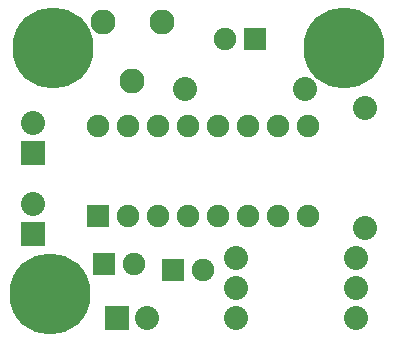
<source format=gbs>
G04 (created by PCBNEW-RS274X (2012-01-19 BZR 3256)-stable) date 15/02/2013 14:55:32*
G01*
G70*
G90*
%MOIN*%
G04 Gerber Fmt 3.4, Leading zero omitted, Abs format*
%FSLAX34Y34*%
G04 APERTURE LIST*
%ADD10C,0.006000*%
%ADD11R,0.075000X0.075000*%
%ADD12C,0.075000*%
%ADD13C,0.270000*%
%ADD14R,0.080000X0.080000*%
%ADD15C,0.080000*%
%ADD16C,0.083000*%
G04 APERTURE END LIST*
G54D10*
G54D11*
X11960Y-15500D03*
G54D12*
X12960Y-15500D03*
X13960Y-15500D03*
X14960Y-15500D03*
X15960Y-15500D03*
X16960Y-15500D03*
X17960Y-15500D03*
X18960Y-15500D03*
X18960Y-12500D03*
X17960Y-12500D03*
X16960Y-12500D03*
X15960Y-12500D03*
X14960Y-12500D03*
X13960Y-12500D03*
X12960Y-12500D03*
X11960Y-12500D03*
G54D11*
X17195Y-09595D03*
G54D12*
X16195Y-09595D03*
G54D11*
X14460Y-17300D03*
G54D12*
X15460Y-17300D03*
G54D13*
X10460Y-09900D03*
G54D14*
X09800Y-13400D03*
G54D15*
X09800Y-12400D03*
X20560Y-17900D03*
X16560Y-17900D03*
X16560Y-18900D03*
X20560Y-18900D03*
X20860Y-11900D03*
X20860Y-15900D03*
X20560Y-16900D03*
X16560Y-16900D03*
X18870Y-11240D03*
X14870Y-11240D03*
G54D13*
X20160Y-09900D03*
G54D14*
X12600Y-18900D03*
G54D15*
X13600Y-18900D03*
G54D14*
X09800Y-16100D03*
G54D15*
X09800Y-15100D03*
G54D11*
X12150Y-17100D03*
G54D12*
X13150Y-17100D03*
G54D16*
X14084Y-09030D03*
X12116Y-09030D03*
X13100Y-10999D03*
G54D13*
X10350Y-18100D03*
M02*

</source>
